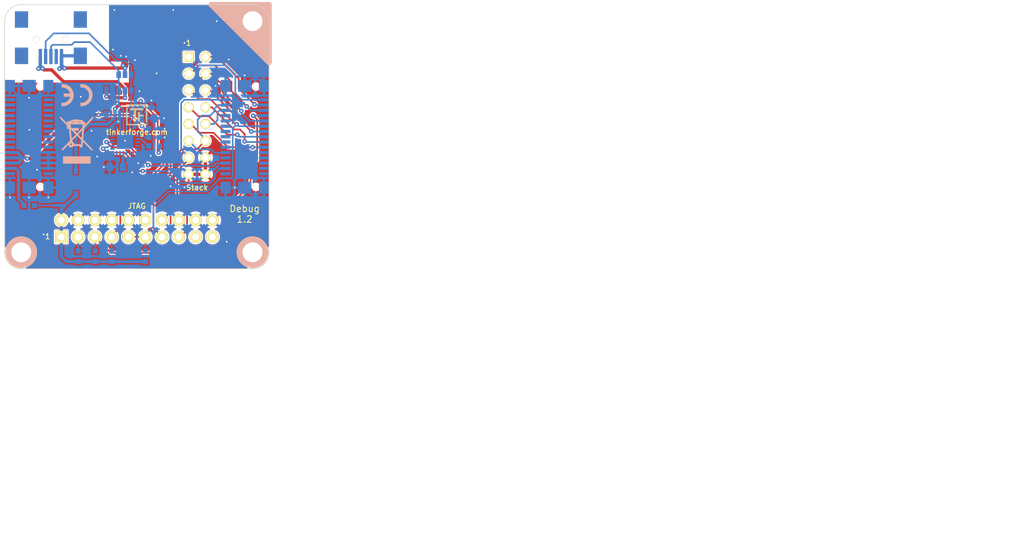
<source format=kicad_pcb>
(kicad_pcb (version 20221018) (generator pcbnew)
  (title_block (title "Debug Brick") (rev "1.2") (company "Tinkerforge GmbH") (comment 1 "Licensed under CERN OHL v.1.1") (comment 2 "Copyright (©) 2015, B.Nordmeyer <bastian@tinkerforge.com>"))
  (layers (0 "F.Cu" signal "Vorderseite") (31 "B.Cu" signal "Rückseite") (34 "B.Paste" user) (35 "F.Paste" user) (36 "B.SilkS" user "B.Silkscreen") (37 "F.SilkS" user "F.Silkscreen") (38 "B.Mask" user) (39 "F.Mask" user) (44 "Edge.Cuts" user))
  (net 0 "")
  (net 1 "+5V")
  (net 2 "EX-SEL")
  (net 3 "GND")
  (net 4 "Net-(C3-Pad1)")
  (net 5 "Net-(C4-Pad1)")
  (net 6 "Net-(D1-Pad1)")
  (net 7 "Net-(J1-Pad1)")
  (net 8 "Net-(J1-Pad11)")
  (net 9 "Net-(J1-Pad13)")
  (net 10 "Net-(J1-Pad15)")
  (net 11 "Net-(J1-Pad17)")
  (net 12 "Net-(J1-Pad19)")
  (net 13 "Net-(J1-Pad3)")
  (net 14 "Net-(J1-Pad5)")
  (net 15 "Net-(J1-Pad7)")
  (net 16 "Net-(J1-Pad9)")
  (net 17 "Net-(J2-Pad2)")
  (net 18 "Net-(J2-Pad3)")
  (net 19 "Net-(J3-Pad28)")
  (net 20 "Net-(P2-Pad3)")
  (net 21 "Net-(R5-Pad1)")
  (net 22 "RXD")
  (net 23 "SCL")
  (net 24 "SDA")
  (net 25 "SEL")
  (net 26 "TXD")
  (net 27 "+3V3")
  (net 28 "Net-(J1-Pad21)")
  (net 29 "Net-(J1-Pad23)")
  (net 30 "Net-(J1-Pad25)")
  (net 31 "Net-(J1-Pad27)")
  (net 32 "Net-(J1-Pad29)")
  (net 33 "Net-(J1-Pad30)")
  (net 34 "Net-(J1-Pad24)")
  (net 35 "Net-(J1-Pad20)")
  (net 36 "Net-(J1-Pad18)")
  (net 37 "Net-(J1-Pad16)")
  (net 38 "Net-(J1-Pad14)")
  (net 39 "Net-(J1-Pad12)")
  (net 40 "Net-(J1-Pad10)")
  (net 41 "Net-(J1-Pad8)")
  (net 42 "Net-(J2-Pad4)")
  (net 43 "Net-(J3-Pad1)")
  (net 44 "Net-(J3-Pad3)")
  (net 45 "Net-(J3-Pad5)")
  (net 46 "Net-(J3-Pad7)")
  (net 47 "Net-(J3-Pad9)")
  (net 48 "Net-(J3-Pad11)")
  (net 49 "Net-(J3-Pad13)")
  (net 50 "Net-(J3-Pad15)")
  (net 51 "Net-(J3-Pad17)")
  (net 52 "Net-(J3-Pad19)")
  (net 53 "Net-(J3-Pad29)")
  (net 54 "Net-(J3-Pad30)")
  (net 55 "Net-(J3-Pad20)")
  (net 56 "Net-(J3-Pad18)")
  (net 57 "Net-(J3-Pad16)")
  (net 58 "Net-(J3-Pad14)")
  (net 59 "Net-(J3-Pad12)")
  (net 60 "Net-(J3-Pad10)")
  (net 61 "Net-(J3-Pad8)")
  (net 62 "Net-(J3-Pad6)")
  (net 63 "Net-(J3-Pad4)")
  (net 64 "Net-(J3-Pad2)")
  (net 65 "Net-(P2-Pad17)")
  (net 66 "Net-(P2-Pad19)")
  (net 67 "Net-(U2-Pad1)")
  (net 68 "Net-(U2-Pad10)")
  (net 69 "Net-(U2-Pad11)")
  (net 70 "Net-(U2-Pad12)")
  (net 71 "Net-(U2-Pad13)")
  (net 72 "Net-(U2-Pad14)")
  (net 73 "Net-(U2-Pad15)")
  (net 74 "Net-(U2-Pad17)")
  (net 75 "Net-(U2-Pad18)")
  (net 76 "Net-(U2-Pad19)")
  (net 77 "Net-(U2-Pad22)")
  (net 78 "Net-(U2-Pad23)")
  (net 79 "Net-(U2-Pad24)")
  (footprint "kicad-libraries:Logo_31x31" (layer "F.Cu") (at 146.5 99.3)
    (fp_text reference "G***" hide)
    (fp_text value "Logo_31x31" hide)
  )
  (footprint "DRILL_NP" (layer "F.Cu") (at 165.60038 121.69902 -90)
    (fp_text reference "U3" hide)
    (fp_text value "DRILL" hide)
  )
  (footprint "DRILL_NP" (layer "F.Cu") (at 165.60038 86.70036)
    (fp_text reference "U4" hide)
    (fp_text value "DRILL" hide)
  )
  (footprint "DRILL_NP" (layer "F.Cu") (at 130.6 121.7)
    (fp_text reference "U5" hide)
    (fp_text value "DRILL" hide)
  )
  (footprint "pin_array_10x2" (layer "F.Cu") (at 148.1 118.1)
    (fp_text reference "P2")
    (fp_text value "JTAG")
  )
  (footprint "pin_array_8x2" (layer "F.Cu") (at 157.2 101 -90)
    (fp_text reference "P1")
    (fp_text value "CONN_16")
  )
  (footprint "kicad-libraries:WEEE_7mm" (layer "B.Cu") (at 139 104.7 180)
    (fp_text reference "VAL" hide)
    (fp_text value "WEEE_7mm" hide)
  )
  (footprint "kicad-libraries:CE_5mm" (layer "B.Cu") (at 139 97.9 180)
    (fp_text reference "VAL" hide)
    (fp_text value "CE_5mm" hide)
  )
  (footprint "SOD-123" (layer "B.Cu") (at 143.5 99 -90)
    (fp_text reference "D1")
    (fp_text value "B0520LW")
  )
  (footprint "SOD-123" (layer "B.Cu") (at 138.875 111.15 -90)
    (fp_text reference "D2")
    (fp_text value "B0520LW")
  )
  (footprint "kicad-libraries:BTB08-ACS-BTM" (layer "B.Cu") (at 164.42436 104.20096 -90)
    (fp_text reference "J1")
    (fp_text value "STACK-DOWN")
  )
  (footprint "kicad-libraries:USB-MINI-B-SMD" (layer "B.Cu") (at 135.1 84.2 180)
    (fp_text reference "J2")
    (fp_text value "USB-MINI-B-SMD")
  )
  (footprint "kicad-libraries:BTB08-ACS-BTM" (layer "B.Cu") (at 131.8 104.19 -90)
    (fp_text reference "J3")
    (fp_text value "STACK-DOWN")
  )
  (footprint "R0603" (layer "B.Cu") (at 141.8 122.3 90)
    (fp_text reference "R1")
    (fp_text value "100k")
  )
  (footprint "R0603" (layer "B.Cu") (at 144.3 122.3 90)
    (fp_text reference "R2")
    (fp_text value "100k")
  )
  (footprint "R0603" (layer "B.Cu") (at 149.4 122.3 90)
    (fp_text reference "R3")
    (fp_text value "100k")
  )
  (footprint "R0603" (layer "B.Cu") (at 139.2 122.3 90)
    (fp_text reference "R4")
    (fp_text value "100k")
  )
  (footprint "SC-74" (layer "B.Cu") (at 146.3 96)
    (fp_text reference "U1")
    (fp_text value "CM1293A")
  )
  (footprint "kicad-libraries:QFN-24-4x4-EP" (layer "B.Cu") (at 146.3 104.8)
    (fp_text reference "U2")
    (fp_text value "CP2104")
  )
  (footprint "C0603" (layer "B.Cu") (at 150.7 103)
    (fp_text reference "C1")
    (fp_text value "100nF")
  )
  (footprint "C0603" (layer "B.Cu") (at 150.7 104.3)
    (fp_text reference "C2")
    (fp_text value "100nF")
  )
  (footprint "C0805" (layer "B.Cu") (at 145 108.8 180)
    (fp_text reference "C3")
    (fp_text value "4.7µF/10V")
  )
  (footprint "C0805" (layer "B.Cu") (at 149.7 101.4)
    (fp_text reference "C4")
    (fp_text value "4.7µF/10V")
  )
  (footprint "C0603" (layer "B.Cu") (at 149.5 99.8)
    (fp_text reference "C5")
    (fp_text value "100nF")
  )
  (footprint "R0603" (layer "B.Cu") (at 150.7 105.6)
    (fp_text reference "R5")
    (fp_text value "4k7")
  )
  (footprint "R0603" (layer "B.Cu") (at 131.8 114.6)
    (fp_text reference "R6")
    (fp_text value "0")
  )
  (gr_line (start 167.57396 91.72448) (end 167.57396 84.8995) (stroke (width 0.8001)) (layer "B.SilkS"))
  (gr_line (start 168.0972 92.94876) (end 168.09974 92.94876) (stroke (width 0.8001)) (layer "B.SilkS"))
  (gr_line (start 166.27348 90.17508) (end 166.27348 86.22538) (stroke (width 0.8001)) (layer "B.SilkS"))
  (gr_line (start 168.09974 92.94876) (end 168.09974 84.201) (stroke (width 0.8001)) (layer "B.SilkS"))
  (gr_line (start 160.55086 84.8995) (end 166.90086 91.2495) (stroke (width 0.8001)) (layer "B.SilkS"))
  (gr_line (start 159.34944 84.201) (end 168.0972 92.94876) (stroke (width 0.8001)) (layer "B.SilkS"))
  (gr_line (start 165.27526 87.14994) (end 165.19906 87.14994) (stroke (width 0.8001)) (layer "B.SilkS"))
  (gr_line (start 165.27526 88.02624) (end 165.27526 87.14994) (stroke (width 0.8001)) (layer "B.SilkS"))
  (gr_line (start 166.90086 91.2495) (end 166.90086 85.60054) (stroke (width 0.8001)) (layer "B.SilkS"))
  (gr_line (start 167.57396 84.8995) (end 160.55086 84.8995) (stroke (width 0.8001)) (layer "B.SilkS"))
  (gr_line (start 165.75024 89.12606) (end 165.75024 86.82482) (stroke (width 0.8001)) (layer "B.SilkS"))
  (gr_line (start 164.07384 86.82482) (end 165.27526 88.02624) (stroke (width 0.8001)) (layer "B.SilkS"))
  (gr_line (start 166.90086 85.60054) (end 161.69894 85.60054) (stroke (width 0.8001)) (layer "B.SilkS"))
  (gr_line (start 166.27348 86.22538) (end 162.84956 86.22538) (stroke (width 0.8001)) (layer "B.SilkS"))
  (gr_line (start 162.84956 86.22538) (end 165.75024 89.12606) (stroke (width 0.8001)) (layer "B.SilkS"))
  (gr_line (start 165.75024 86.82482) (end 164.07384 86.82482) (stroke (width 0.8001)) (layer "B.SilkS"))
  (gr_line (start 168.09974 84.201) (end 159.34944 84.201) (stroke (width 0.8001)) (layer "B.SilkS"))
  (gr_line (start 161.69894 85.60054) (end 166.27348 90.17508) (stroke (width 0.8001)) (layer "B.SilkS"))
  (gr_line (start 167.57396 91.67622) (end 167.57396 84.8995) (stroke (width 0.8001)) (layer "F.SilkS"))
  (gr_line (start 163.10102 86.25078) (end 165.77564 88.9254) (stroke (width 0.8001)) (layer "F.SilkS"))
  (gr_line (start 168.09974 84.201) (end 168.09974 92.94876) (stroke (width 0.8001)) (layer "F.SilkS"))
  (gr_line (start 161.80054 85.54974) (end 166.30142 90.05062) (stroke (width 0.8001)) (layer "F.SilkS"))
  (gr_line (start 167.57396 84.8995) (end 160.57626 84.8995) (stroke (width 0.8001)) (layer "F.SilkS"))
  (gr_line (start 166.30142 86.25078) (end 163.10102 86.25078) (stroke (width 0.8001)) (layer "F.SilkS"))
  (gr_line (start 160.57626 84.8995) (end 166.90086 91.2241) (stroke (width 0.8001)) (layer "F.SilkS"))
  (gr_line (start 165.77564 88.9254) (end 165.77564 86.82482) (stroke (width 0.8001)) (layer "F.SilkS"))
  (gr_line (start 162.90036 86.10092) (end 162.90036 86.12378) (stroke (width 0.8001)) (layer "F.SilkS"))
  (gr_line (start 166.90086 91.2241) (end 166.90086 85.54974) (stroke (width 0.8001)) (layer "F.SilkS"))
  (gr_line (start 166.90086 85.54974) (end 161.80054 85.54974) (stroke (width 0.8001)) (layer "F.SilkS"))
  (gr_line (start 159.35198 84.201) (end 168.09974 84.201) (stroke (width 0.8001)) (layer "F.SilkS"))
  (gr_line (start 164.2999 86.82482) (end 165.24986 87.77478) (stroke (width 0.8001)) (layer "F.SilkS"))
  (gr_line (start 162.57524 85.7758) (end 162.90036 86.10092) (stroke (width 0.8001)) (layer "F.SilkS"))
  (gr_line (start 165.24986 87.77478) (end 165.24986 87.22614) (stroke (width 0.8001)) (layer "F.SilkS"))
  (gr_line (start 168.09974 92.94876) (end 159.35198 84.201) (stroke (width 0.8001)) (layer "F.SilkS"))
  (gr_line (start 165.77564 86.82482) (end 164.2999 86.82482) (stroke (width 0.8001)) (layer "F.SilkS"))
  (gr_line (start 166.30142 90.05062) (end 166.30142 86.25078) (stroke (width 0.8001)) (layer "F.SilkS"))
  (gr_arc (start 128.09982 86.70036) (mid 128.831866 84.933046) (end 130.59918 84.201) (stroke (width 0.09906)) (layer "Edge.Cuts"))
  (gr_arc (start 130.59918 124.20092) (mid 128.83007 123.46813) (end 128.09728 121.69902) (stroke (width 0.09906)) (layer "Edge.Cuts"))
  (gr_line (start 130.59918 124.20092) (end 165.60038 124.20092) (stroke (width 0.09906)) (layer "Edge.Cuts"))
  (gr_line (start 165.60038 84.201) (end 130.59918 84.201) (stroke (width 0.09906)) (layer "Edge.Cuts"))
  (gr_line (start 168.09974 121.69902) (end 168.09974 86.70036) (stroke (width 0.09906)) (layer "Edge.Cuts"))
  (gr_arc (start 165.60038 84.201) (mid 167.367694 84.933046) (end 168.09974 86.70036) (stroke (width 0.09906)) (layer "Edge.Cuts"))
  (gr_arc (start 168.09974 121.69902) (mid 167.367694 123.466334) (end 165.60038 124.19838) (stroke (width 0.09906)) (layer "Edge.Cuts"))
  (gr_line (start 128.09982 86.70036) (end 128.09982 121.69902) (stroke (width 0.09906)) (layer "Edge.Cuts"))
  (gr_text "tinkerforge.com" (at 148.1 103.5) (layer "F.SilkS") (effects (font (size 0.8001 0.8001) (thickness 0.14986))))
  (gr_text "1" (at 155.925 90) (layer "F.SilkS") (effects (font (size 0.8 0.8))))
  (gr_text "1" (at 134.6 119.3) (layer "F.SilkS") (effects (font (size 0.8001 0.8001) (thickness 0.14986))))
  (gr_text "JTAG" (at 148.1 114.7) (layer "F.SilkS") (effects (font (size 0.8 0.8))))
  (gr_text "Debug\n1.2" (at 164.4 115.9) (layer "F.SilkS") (effects (font (size 1.00076 1.00076) (thickness 0.14986))))
  (gr_text "Stack" (at 157.2 111.9) (layer "F.SilkS") (effects (font (size 0.8 0.8))))
  (segment (start 148.9 102.6) (end 147.2 100.9) (width 0.25) (layer "F.Cu") (net 1))
  (segment (start 147.2 100.9) (end 142.3 100.9) (width 0.25) (layer "F.Cu") (net 1))
  (segment (start 138.5 100.9) (end 131.9 107.5) (width 0.5) (layer "F.Cu") (net 1))
  (segment (start 131.9 107.5) (end 131.5 107.5) (width 0.5) (layer "F.Cu") (net 1))
  (segment (start 142.3 100.9) (end 138.5 100.9) (width 0.5) (layer "F.Cu") (net 1))
  (via (at 131.5 107.5) (size 0.70104) (drill 0.24892) (layers "F.Cu" "B.Cu") (net 1))
  (via (at 142.3 100.9) (size 0.70104) (drill 0.24892) (layers "F.Cu" "B.Cu") (net 1))
  (via (at 148.9 102.6) (size 0.70104) (drill 0.24892) (layers "F.Cu" "B.Cu") (net 1))
  (segment (start 148.9507 104.0507) (end 149.2 104.3) (width 0.25) (layer "B.Cu") (net 1))
  (segment (start 149.2 104.3) (end 149.8999 104.3) (width 0.25) (layer "B.Cu") (net 1))
  (segment (start 149.04968 103.55032) (end 149.6 103) (width 0.25) (layer "B.Cu") (net 1))
  (segment (start 149.6 103) (end 149.8999 103) (width 0.25) (layer "B.Cu") (net 1))
  (segment (start 130.21204 108.18796) (end 130.5 107.9) (width 0.50038) (layer "B.Cu") (net 1))
  (segment (start 130.5 107.9) (end 130.5 107.5) (width 0.50038) (layer "B.Cu") (net 1))
  (segment (start 130.5 107) (end 130.08776 106.58776) (width 0.50038) (layer "B.Cu") (net 1))
  (segment (start 130.08776 106.58776) (end 128.90186 106.58776) (width 0.50038) (layer "B.Cu") (net 1))
  (segment (start 130.5 107.38786) (end 130.6 107.48786) (width 0.50038) (layer "B.Cu") (net 1))
  (segment (start 130.6 107.48786) (end 130.6 107.5) (width 0.50038) (layer "B.Cu") (net 1))
  (segment (start 130.6 107.5) (end 130.5 107.5) (width 0.50038) (layer "B.Cu") (net 1))
  (segment (start 130.5 107.5) (end 130.5 107) (width 0.50038) (layer "B.Cu") (net 1))
  (segment (start 142.3 100.9) (end 142.35088 100.84912) (width 0.50038) (layer "B.Cu") (net 1))
  (segment (start 142.35088 100.84912) (end 143.5 100.84912) (width 0.50038) (layer "B.Cu") (net 1))
  (segment (start 149.3 103) (end 148.9 102.6) (width 0.25) (layer "B.Cu") (net 1))
  (segment (start 131.5 107.5) (end 131.38786 107.38786) (width 0.5) (layer "B.Cu") (net 1))
  (segment (start 131.38786 107.38786) (end 130.5 107.38786) (width 0.5) (layer "B.Cu") (net 1))
  (segment (start 128.90186 107.38786) (end 130.5 107.38786) (width 0.50038) (layer "B.Cu") (net 1))
  (segment (start 149.8999 103) (end 149.3 103) (width 0.25) (layer "B.Cu") (net 1))
  (segment (start 149.8999 104.3) (end 149.8999 103) (width 0.25) (layer "B.Cu") (net 1))
  (segment (start 148.19992 103.55032) (end 149.04968 103.55032) (width 0.25) (layer "B.Cu") (net 1))
  (segment (start 128.90186 108.18796) (end 130.21204 108.18796) (width 0.50038) (layer "B.Cu") (net 1))
  (segment (start 148.19992 104.0507) (end 148.9507 104.0507) (width 0.25) (layer "B.Cu") (net 1))
  (segment (start 159.79872 106.59872) (end 159.3 106.1) (width 0.25) (layer "B.Cu") (net 2))
  (segment (start 159.3 106.1) (end 157.22 106.1) (width 0.25) (layer "B.Cu") (net 2))
  (segment (start 157.22 106.1) (end 155.93 104.81) (width 0.25) (layer "B.Cu") (net 2))
  (segment (start 161.52622 106.59872) (end 159.79872 106.59872) (width 0.25) (layer "B.Cu") (net 2))
  (segment (start 146.4998 93.6002) (end 146.3 93.8) (width 0.5) (layer "F.Cu") (net 3))
  (segment (start 158.47 107.47) (end 162.9 111.9) (width 0.25) (layer "F.Cu") (net 3))
  (segment (start 164.4 94.9) (end 162 92.5) (width 0.25) (layer "F.Cu") (net 3))
  (segment (start 159.5 90) (end 158.2 90) (width 0.25) (layer "F.Cu") (net 3))
  (segment (start 155.2 90) (end 154.2 91) (width 0.25) (layer "F.Cu") (net 3))
  (segment (start 154.2 91) (end 154.2 94.5) (width 0.25) (layer "F.Cu") (net 3))
  (segment (start 154.2 94.5) (end 150.3 98.4) (width 0.25) (layer "F.Cu") (net 3))
  (segment (start 150.3 98.4) (end 150.3 98.7) (width 0.25) (layer "F.Cu") (net 3))
  (segment (start 152.2 101.4) (end 150.3 99.5) (width 0.25) (layer "F.Cu") (net 3))
  (segment (start 150.3 99.5) (end 150.3 98.7) (width 0.25) (layer "F.Cu") (net 3))
  (segment (start 152.3 101.5) (end 152.2 101.4) (width 0.25) (layer "F.Cu") (net 3))
  (segment (start 146.6 101.9) (end 150.2 105.5) (width 0.25) (layer "F.Cu") (net 3))
  (segment (start 150.2 105.5) (end 150.2 107.1) (width 0.25) (layer "F.Cu") (net 3))
  (segment (start 146.3 104.8) (end 147.9 104.8) (width 0.25) (layer "F.Cu") (net 3))
  (segment (start 147.9 104.8) (end 150.2 107.1) (width 0.25) (layer "F.Cu") (net 3))
  (segment (start 128.9 113.4) (end 131.8 113.4) (width 0.25) (layer "F.Cu") (net 3))
  (segment (start 145.75114 92.05114) (end 145.64954 91.94954) (width 0.25) (layer "F.Cu") (net 3))
  (segment (start 134.7 110.9) (end 133 109.2) (width 0.25) (layer "F.Cu") (net 3))
  (segment (start 143.1 108.2) (end 142.1 107.2) (width 0.25) (layer "F.Cu") (net 3))
  (segment (start 142.1 107.2) (end 142.1 105.1) (width 0.25) (layer "F.Cu") (net 3))
  (segment (start 142.1 105.1) (end 143 104.2) (width 0.25) (layer "F.Cu") (net 3))
  (segment (start 143 104.2) (end 145.7 104.2) (width 0.25) (layer "F.Cu") (net 3))
  (segment (start 145.7 104.2) (end 146.3 104.8) (width 0.25) (layer "F.Cu") (net 3))
  (segment (start 152.3 106.7) (end 151.6 107.4) (width 0.25) (layer "F.Cu") (net 3))
  (segment (start 151.6 107.4) (end 150.5 107.4) (width 0.25) (layer "F.Cu") (net 3))
  (segment (start 150.5 107.4) (end 150.2 107.1) (width 0.25) (layer "F.Cu") (net 3))
  (segment (start 155.3 90) (end 155.2 90) (width 0.25) (layer "F.Cu") (net 3))
  (segment (start 162 92.5) (end 159.5 90) (width 0.25) (layer "F.Cu") (net 3))
  (segment (start 150.3 95.4) (end 151.1 94.6) (width 0.25) (layer "F.Cu") (net 3))
  (segment (start 158.2 90) (end 155.3 90) (width 0.25) (layer "F.Cu") (net 3))
  (segment (start 158.2 88.7) (end 160.2 86.7) (width 0.25) (layer "F.Cu") (net 3))
  (segment (start 137.175 93.8) (end 137.15 93.825) (width 0.25) (layer "F.Cu") (net 3))
  (segment (start 146 92.3) (end 145.64954 91.94954) (width 0.5) (layer "F.Cu") (net 3))
  (segment (start 146.4998 92.1) (end 146.4998 93.6002) (width 0.5) (layer "F.Cu") (net 3))
  (segment (start 145.44954 91.94954) (end 144.5 91) (width 0.5) (layer "F.Cu") (net 3))
  (segment (start 155.3 86.7) (end 153.6 85) (width 0.5) (layer "F.Cu") (net 3))
  (segment (start 136.4 93.9) (end 136.475 93.825) (width 0.5) (layer "F.Cu") (net 3))
  (segment (start 136.475 93.825) (end 137.15 93.825) (width 0.5) (layer "F.Cu") (net 3))
  (segment (start 155.93 111.22) (end 155.3 111.85) (width 0.25) (layer "F.Cu") (net 3))
  (segment (start 142.65 101.9) (end 141.25 103.3) (width 0.25) (layer "F.Cu") (net 3))
  (segment (start 152.3 103) (end 152.3 104.3) (width 0.25) (layer "F.Cu") (net 3))
  (segment (start 155.93 109.89) (end 155.93 111.22) (width 0.25) (layer "F.Cu") (net 3))
  (segment (start 146.4998 92.05114) (end 146.4998 92.1) (width 0.5) (layer "F.Cu") (net 3))
  (segment (start 150.3 98.7) (end 150.3 95.4) (width 0.25) (layer "F.Cu") (net 3))
  (segment (start 158.47 107.35) (end 158.47 107.47) (width 0.25) (layer "F.Cu") (net 3))
  (segment (start 146.4998 92.1) (end 146.4998 92.05114) (width 0.5) (layer "F.Cu") (net 3))
  (segment (start 152.3 104.3) (end 152.3 106.7) (width 0.25) (layer "F.Cu") (net 3))
  (segment (start 146.3 93.8) (end 137.175 93.8) (width 0.5) (layer "F.Cu") (net 3))
  (segment (start 155.93 109.89) (end 158.47 109.89) (width 0.50038) (layer "F.Cu") (net 3))
  (segment (start 134.7 113.4) (end 134.7 110.9) (width 0.25) (layer "F.Cu") (net 3))
  (segment (start 131.8 113.4) (end 134.7 113.4) (width 0.25) (layer "F.Cu") (net 3))
  (segment (start 155.3 90) (end 155.3 86.7) (width 0.5) (layer "F.Cu") (net 3))
  (segment (start 145.3 101.9) (end 142.65 101.9) (width 0.25) (layer "F.Cu") (net 3))
  (segment (start 152.3 103) (end 152.3 101.5) (width 0.25) (layer "F.Cu") (net 3))
  (segment (start 158.2 90) (end 158.2 88.7) (width 0.25) (layer "F.Cu") (net 3))
  (segment (start 146 93.4) (end 146 92.3) (width 0.5) (layer "F.Cu") (net 3))
  (segment (start 145.3 101.9) (end 146.6 101.9) (width 0.25) (layer "F.Cu") (net 3))
  (segment (start 145.64954 91.94954) (end 145.44954 91.94954) (width 0.5) (layer "F.Cu") (net 3))
  (segment (start 143.1 108.8) (end 143.1 108.2) (width 0.25) (layer "F.Cu") (net 3))
  (segment (start 146.4998 92.05114) (end 145.75114 92.05114) (width 0.25) (layer "F.Cu") (net 3))
  (segment (start 158.47 109.89) (end 158.47 107.35) (width 0.50038) (layer "F.Cu") (net 3))
  (via (at 152.3 104.3) (size 0.70104) (drill 0.24892) (layers "F.Cu" "B.Cu") (net 3))
  (via (at 147.4 109.6) (size 0.70104) (drill 0.24892) (layers "F.Cu" "B.Cu") (net 3))
  (via (at 162.9 111.9) (size 0.70104) (drill 0.24892) (layers "F.Cu" "B.Cu") (net 3))
  (via (at 144.7 85) (size 0.70104) (drill 0.24892) (layers "F.Cu" "B.Cu") (net 3))
  (via (at 144.5 91) (size 0.70104) (drill 0.24892) (layers "F.Cu" "B.Cu") (net 3))
  (via (at 139.6 98.15) (size 0.70104) (drill 0.24892) (layers "F.Cu" "B.Cu") (net 3))
  (via (at 145.3 101.9) (size 0.70104) (drill 0.24892) (layers "F.Cu" "B.Cu") (net 3))
  (via (at 153.2 111.7) (size 0.70104) (drill 0.24892) (layers "F.Cu" "B.Cu") (net 3))
  (via (at 131.8 98.3) (size 0.70104) (drill 0.24892) (layers "F.Cu" "B.Cu") (net 3))
  (via (at 155.3 90) (size 0.70104) (drill 0.24892) (layers "F.Cu" "B.Cu") (net 3))
  (via (at 137.15 93.825) (size 0.70104) (drill 0.24892) (layers "F.Cu" "B.Cu") (net 3))
  (via (at 160 96.5) (size 0.70104) (drill 0.24892) (layers "F.Cu" "B.Cu") (net 3))
  (via (at 161.7 120.1) (size 0.70104) (drill 0.24892) (layers "F.Cu" "B.Cu") (net 3))
  (via (at 162 92.5) (size 0.70104) (drill 0.24892) (layers "F.Cu" "B.Cu") (net 3))
  (via (at 141.25 103.3) (size 0.70104) (drill 0.24892) (layers "F.Cu" "B.Cu") (net 3))
  (via (at 160.2 86.7) (size 0.70104) (drill 0.24892) (layers "F.Cu" "B.Cu") (net 3))
  (via (at 146 93.4) (size 0.70104) (drill 0.24892) (layers "F.Cu" "B.Cu") (net 3))
  (via (at 152.3 103) (size 0.70104) (drill 0.24892) (layers "F.Cu" "B.Cu") (net 3))
  (via (at 146.3 93.8) (size 0.70104) (drill 0.24892) (layers "F.Cu" "B.Cu") (net 3))
  (via (at 150.3 98.7) (size 0.70104) (drill 0.24892) (layers "F.Cu" "B.Cu") (net 3))
  (via (at 142.1 107.2) (size 0.70104) (drill 0.24892) (layers "F.Cu" "B.Cu") (net 3))
  (via (at 131.85 103.15) (size 0.70104) (drill 0.24892) (layers "F.Cu" "B.Cu") (net 3))
  (via (at 133 109.2) (size 0.70104) (drill 0.24892) (layers "F.Cu" "B.Cu") (net 3))
  (via (at 146.4998 92.05114) (size 0.70104) (drill 0.24892) (layers "F.Cu" "B.Cu") (net 3))
  (via (at 134 119) (size 0.70104) (drill 0.24892) (layers "F.Cu" "B.Cu") (net 3))
  (via (at 164.4 94.9) (size 0.70104) (drill 0.24892) (layers "F.Cu" "B.Cu") (net 3))
  (via (at 155.3 111.85) (size 0.70104) (drill 0.24892) (layers "F.Cu" "B.Cu") (net 3))
  (via (at 150.2 107.1) (size 0.70104) (drill 0.24892) (layers "F.Cu" "B.Cu") (net 3))
  (via (at 146.3 104.8) (size 0.70104) (drill 0.24892) (layers "F.Cu" "B.Cu") (net 3))
  (via (at 143.1 108.8) (size 0.70104) (drill 0.24892) (layers "F.Cu" "B.Cu") (net 3))
  (via (at 136.4 93.9) (size 0.70104) (drill 0.24892) (layers "F.Cu" "B.Cu") (net 3))
  (via (at 152.2 101.4) (size 0.70104) (drill 0.24892) (layers "F.Cu" "B.Cu") (net 3))
  (via (at 153.6 85) (size 0.70104) (drill 0.24892) (layers "F.Cu" "B.Cu") (net 3))
  (via (at 148.3 108.2) (size 0.70104) (drill 0.24892) (layers "F.Cu" "B.Cu") (net 3))
  (via (at 147.8 92.6) (size 0.70104) (drill 0.24892) (layers "F.Cu" "B.Cu") (net 3))
  (via (at 148.5 97.3) (size 0.70104) (drill 0.24892) (layers "F.Cu" "B.Cu") (net 3))
  (via (at 151.1 94.6) (size 0.70104) (drill 0.24892) (layers "F.Cu" "B.Cu") (net 3))
  (via (at 131.8 113.4) (size 0.70104) (drill 0.24892) (layers "F.Cu" "B.Cu") (net 3))
  (via (at 128.9 113.4) (size 0.70104) (drill 0.24892) (layers "F.Cu" "B.Cu") (net 3))
  (via (at 134.7 113.4) (size 0.70104) (drill 0.24892) (layers "F.Cu" "B.Cu") (net 3))
  (via (at 145.64954 91.94954) (size 0.70104) (drill 0.24892) (layers "F.Cu" "B.Cu") (net 3))
  (segment (start 145.5507 102.1507) (end 145.3 101.9) (width 0.25) (layer "B.Cu") (net 3))
  (segment (start 145.5507 104.0507) (end 146.3 104.8) (width 0.25) (layer "B.Cu") (net 3))
  (segment (start 146.3 93.8) (end 146.3 94.80112) (width 0.5) (layer "B.Cu") (net 3))
  (segment (start 162.9 111.9) (end 162.8997 111.8997) (width 0.25) (layer "B.Cu") (net 3))
  (segment (start 162.8997 111.8997) (end 161.52368 111.8997) (width 0.25) (layer "B.Cu") (net 3))
  (segment (start 164.42436 94.92436) (end 164.4 94.9) (width 0.25) (layer "B.Cu") (net 3))
  (segment (start 150.3 98.7) (end 150.3001 98.7001) (width 0.25) (layer "B.Cu") (net 3))
  (segment (start 150.3001 98.7001) (end 150.3001 99.8) (width 0.25) (layer "B.Cu") (net 3))
  (segment (start 133.51224 106.58776) (end 133.1 107) (width 0.25) (layer "B.Cu") (net 3))
  (segment (start 133.1 107) (end 133.1 107.3) (width 0.25) (layer "B.Cu") (net 3))
  (segment (start 133.1 108.5) (end 133.25 108.65) (width 0.25) (layer "B.Cu") (net 3))
  (segment (start 133.58806 108.98806) (end 134.69814 108.98806) (width 0.25) (layer "B.Cu") (net 3))
  (segment (start 133.1 108.18796) (end 133.11204 108.2) (width 0.25) (layer "B.Cu") (net 3))
  (segment (start 133.11204 108.2) (end 133.2 108.2) (width 0.25) (layer "B.Cu") (net 3))
  (segment (start 133.2 108.2) (end 133.1 108.2) (width 0.25) (layer "B.Cu") (net 3))
  (segment (start 133.1 108.2) (end 133.1 108.5) (width 0.25) (layer "B.Cu") (net 3))
  (segment (start 133.41214 107.38786) (end 133.1 107.7) (width 0.25) (layer "B.Cu") (net 3))
  (segment (start 133.1 107.7) (end 133.1 108) (width 0.25) (layer "B.Cu") (net 3))
  (segment (start 133.1 108) (end 133.1 108.2) (width 0.25) (layer "B.Cu") (net 3))
  (segment (start 133.25 108.65) (end 133.58806 108.98806) (width 0.25) (layer "B.Cu") (net 3))
  (segment (start 133.25 108.95) (end 133 109.2) (width 0.25) (layer "B.Cu") (net 3))
  (segment (start 128.89932 113.39932) (end 128.9 113.4) (width 0.25) (layer "B.Cu") (net 3))
  (segment (start 131.8 113.4) (end 131.8 111.88874) (width 0.25) (layer "B.Cu") (net 3))
  (segment (start 134.7 113.4) (end 134.70068 113.39932) (width 0.25) (layer "B.Cu") (net 3))
  (segment (start 134.70068 113.39932) (end 134.70068 111.88874) (width 0.25) (layer "B.Cu") (net 3))
  (segment (start 143.1 109.7) (end 143.1 108.8) (width 0.25) (layer "B.Cu") (net 3))
  (segment (start 162.9003 111.8997) (end 162.9 111.9) (width 0.25) (layer "B.Cu") (net 3))
  (segment (start 167.32504 111.97496) (end 166.4 112.9) (width 0.25) (layer "B.Cu") (net 3))
  (segment (start 166.4 112.9) (end 165.42466 112.9) (width 0.25) (layer "B.Cu") (net 3))
  (segment (start 165.42466 112.9) (end 164.42436 111.8997) (width 0.25) (layer "B.Cu") (net 3))
  (segment (start 167.32504 95.92504) (end 166.9 95.5) (width 0.25) (layer "B.Cu") (net 3))
  (segment (start 166.9 95.5) (end 165.42658 95.5) (width 0.25) (layer "B.Cu") (net 3))
  (segment (start 165.42658 95.5) (end 164.42436 96.50222) (width 0.25) (layer "B.Cu") (net 3))
  (segment (start 160.00222 96.50222) (end 160 96.5) (width 0.25) (layer "B.Cu") (net 3))
  (segment (start 159.8 96.5) (end 159.2 95.9) (width 0.25) (layer "B.Cu") (net 3))
  (segment (start 159.2 95.9) (end 153.4 95.9) (width 0.25) (layer "B.Cu") (net 3))
  (segment (start 153.4 95.9) (end 150.6 98.7) (width 0.25) (layer "B.Cu") (net 3))
  (segment (start 150.6 98.7) (end 150.3 98.7) (width 0.25) (layer "B.Cu") (net 3))
  (segment (start 145.64954 91.94954) (end 145.6 91.9) (width 0.25) (layer "B.Cu") (net 3))
  (segment (start 142.75 110.05) (end 143.1 109.7) (width 0.25) (layer "B.Cu") (net 3))
  (segment (start 146.95 110.05) (end 147.4 109.6) (width 0.25) (layer "B.Cu") (net 3))
  (segment (start 147.4 109.1) (end 148.3 108.2) (width 0.25) (layer "B.Cu") (net 3))
  (segment (start 149 97.4) (end 148.6 97.4) (width 0.25) (layer "B.Cu") (net 3))
  (segment (start 148.6 97.4) (end 148.5 97.3) (width 0.25) (layer "B.Cu") (net 3))
  (segment (start 131.8 116.7) (end 134 119) (width 0.25) (layer "B.Cu") (net 3))
  (segment (start 162.9 118.9) (end 161.7 120.1) (width 0.25) (layer "B.Cu") (net 3))
  (segment (start 136.7002 93.3752) (end 137.15 93.825) (width 0.50038) (layer "B.Cu") (net 3))
  (segment (start 136.8018 91.94954) (end 136.7002 92.05114) (width 0.25) (layer "B.Cu") (net 3))
  (segment (start 146.3 93.7) (end 146 93.4) (width 0.5) (layer "B.Cu") (net 3))
  (segment (start 136.8018 91.94954) (end 136.7002 92.05114) (width 0.5) (layer "B.Cu") (net 3))
  (segment (start 146.4998 92.05114) (end 146.5 92.05094) (width 0.5) (layer "B.Cu") (net 3))
  (segment (start 146.5 92.05094) (end 146.5 92) (width 0.5) (layer "B.Cu") (net 3))
  (segment (start 147.25114 92.05114) (end 147.8 92.6) (width 0.5) (layer "B.Cu") (net 3))
  (segment (start 144.5 85.2) (end 144.7 85) (width 0.5) (layer "B.Cu") (net 3))
  (segment (start 136.7002 93.5998) (end 136.4 93.9) (width 0.5) (layer "B.Cu") (net 3))
  (segment (start 155.3 111.85) (end 155.15 111.7) (width 0.25) (layer "B.Cu") (net 3))
  (segment (start 155.15 111.7) (end 153.2 111.7) (width 0.25) (layer "B.Cu") (net 3))
  (segment (start 135.09126 96.49126) (end 136.75 98.15) (width 0.25) (layer "B.Cu") (net 3))
  (segment (start 136.75 98.15) (end 139.6 98.15) (width 0.25) (layer "B.Cu") (net 3))
  (segment (start 130.45 98.3) (end 128.89932 96.74932) (width 0.25) (layer "B.Cu") (net 3))
  (segment (start 128.89932 96.74932) (end 128.89932 96.49126) (width 0.25) (layer "B.Cu") (net 3))
  (segment (start 134.70068 96.74932) (end 133.15 98.3) (width 0.25) (layer "B.Cu") (net 3))
  (segment (start 133.15 98.3) (end 131.8 98.3) (width 0.25) (layer "B.Cu") (net 3))
  (segment (start 133.1 107.3) (end 133.1 107.7) (width 0.25) (layer "B.Cu") (net 3))
  (segment (start 133.1 104.4) (end 131.85 103.15) (width 0.25) (layer "B.Cu") (net 3))
  (segment (start 146.4998 92.05114) (end 147.25114 92.05114) (width 0.5) (layer "B.Cu") (net 3))
  (segment (start 134.69814 107.38786) (end 133.41214 107.38786) (width 0.25) (layer "B.Cu") (net 3))
  (segment (start 136.7002 92.05114) (end 136.7002 93.5998) (width 0.5) (layer "B.Cu") (net 3))
  (segment (start 145.5507 102.90008) (end 145.5507 102.1507) (width 0.25) (layer "B.Cu") (net 3))
  (segment (start 134.70068 96.49126) (end 134.70068 96.74932) (width 0.25) (layer "B.Cu") (net 3))
  (segment (start 139.55008 91.94954) (end 136.8018 91.94954) (width 0.5) (layer "B.Cu") (net 3))
  (segment (start 150.3 98.7) (end 149 97.4) (width 0.25) (layer "B.Cu") (net 3))
  (segment (start 143.1 108.8) (end 143.99924 108.8) (width 0.25) (layer "B.Cu") (net 3))
  (segment (start 151.5001 103) (end 152.3 103) (width 0.25) (layer "B.Cu") (net 3))
  (segment (start 147.4 109.6) (end 147.4 109.1) (width 0.25) (layer "B.Cu") (net 3))
  (segment (start 144.5 91) (end 144.5 85.2) (width 0.5) (layer "B.Cu") (net 3))
  (segment (start 150.70076 101.4) (end 152.2 101.4) (width 0.25) (layer "B.Cu") (net 3))
  (segment (start 161.52368 96.50222) (end 160.00222 96.50222) (width 0.25) (layer "B.Cu") (net 3))
  (segment (start 162.9 111.9) (end 162.9 118.9) (width 0.25) (layer "B.Cu") (net 3))
  (segment (start 146.3 93.8) (end 146.3 93.7) (width 0.5) (layer "B.Cu") (net 3))
  (segment (start 134.70068 96.49126) (end 135.09126 96.49126) (width 0.25) (layer "B.Cu") (net 3))
  (segment (start 145.5507 102.90008) (end 145.5507 104.0507) (width 0.25) (layer "B.Cu") (net 3))
  (segment (start 167.32504 111.8997) (end 167.32504 111.97496) (width 0.25) (layer "B.Cu") (net 3))
  (segment (start 134.69814 108.18796) (end 133.1 108.18796) (width 0.25) (layer "B.Cu") (net 3))
  (segment (start 142.75 110.05) (end 146.95 110.05) (width 0.25) (layer "B.Cu") (net 3))
  (segment (start 131.8 96.49126) (end 131.8 98.3) (width 0.25) (layer "B.Cu") (net 3))
  (segment (start 131.8 98.3) (end 130.45 98.3) (width 0.25) (layer "B.Cu") (net 3))
  (segment (start 128.89932 111.88874) (end 128.89932 113.39932) (width 0.25) (layer "B.Cu") (net 3))
  (segment (start 164.42436 111.8997) (end 162.9003 111.8997) (width 0.25) (layer "B.Cu") (net 3))
  (segment (start 131.8 113.4) (end 131.8 116.7) (width 0.25) (layer "B.Cu") (net 3))
  (segment (start 134.69814 106.58776) (end 133.51224 106.58776) (width 0.25) (layer "B.Cu") (net 3))
  (segment (start 152.3 104.3) (end 151.5001 104.3) (width 0.25) (layer "B.Cu") (net 3))
  (segment (start 164.42436 96.50222) (end 164.42436 94.92436) (width 0.25) (layer "B.Cu") (net 3))
  (segment (start 167.32504 96.50222) (end 167.32504 95.92504) (width 0.25) (layer "B.Cu") (net 3))
  (segment (start 133.1 107.3) (end 133.1 104.4) (width 0.25) (layer "B.Cu") (net 3))
  (segment (start 136.7002 93.3752) (end 136.7002 92.05114) (width 0.50038) (layer "B.Cu") (net 3))
  (segment (start 160 96.5) (end 159.8 96.5) (width 0.25) (layer "B.Cu") (net 3))
  (segment (start 133.25 108.95) (end 133.25 108.65) (width 0.25) (layer "B.Cu") (net 3))
  (segment (start 146.05108 107.35108) (end 146.1 107.4) (width 0.25) (layer "B.Cu") (net 4))
  (segment (start 146.00076 107.4014) (end 146.05108 107.35108) (width 0.5) (layer "B.Cu") (net 4))
  (segment (start 146.05108 106.69992) (end 146.05108 107.35108) (width 0.25) (layer "B.Cu") (net 4))
  (segment (start 146.00076 108.8) (end 146.00076 107.4014) (width 0.5) (layer "B.Cu") (net 4))
  (segment (start 151.25 101.35) (end 148.7 98.8) (width 0.25) (layer "F.Cu") (net 5))
  (segment (start 151.4 106.6) (end 151.25 106.45) (width 0.25) (layer "F.Cu") (net 5))
  (segment (start 151.25 106.45) (end 151.25 104.45) (width 0.25) (layer "F.Cu") (net 5))
  (segment (start 144.8 100) (end 145.6 99.2) (width 0.5) (layer "F.Cu") (net 5))
  (segment (start 145.6 99.2) (end 148.3 99.2) (width 0.5) (layer "F.Cu") (net 5))
  (segment (start 148.3 99.2) (end 148.7 98.8) (width 0.5) (layer "F.Cu") (net 5))
  (segment (start 151.25 104.45) (end 151.25 101.35) (width 0.25) (layer "F.Cu") (net 5))
  (via (at 144.8 100) (size 0.70104) (drill 0.24892) (layers "F.Cu" "B.Cu") (net 5))
  (via (at 148.7 98.8) (size 0.70104) (drill 0.24892) (layers "F.Cu" "B.Cu") (net 5))
  (via (at 151.4 106.6) (size 0.70104) (drill 0.24892) (layers "F.Cu" "B.Cu") (net 5))
  (segment (start 147.69992 102.90008) (end 147.8 102.8) (width 0.25) (layer "B.Cu") (net 5))
  (segment (start 147.8 102.8) (end 147.9 102.7) (width 0.25) (layer "B.Cu") (net 5))
  (segment (start 147.8 102.29924) (end 148.69924 101.4) (width 0.5) (layer "B.Cu") (net 5))
  (segment (start 148.69924 99.80066) (end 148.6999 99.8) (width 0.5) (layer "B.Cu") (net 5))
  (segment (start 147.0493 101.8507) (end 147.9 101) (width 0.25) (layer "B.Cu") (net 5))
  (segment (start 147.9 101) (end 147.9 100.3) (width 0.25) (layer "B.Cu") (net 5))
  (segment (start 147.9 100.3) (end 148.4 99.8) (width 0.25) (layer "B.Cu") (net 5))
  (segment (start 148.4 99.8) (end 148.6999 99.8) (width 0.25) (layer "B.Cu") (net 5))
  (segment (start 148.7 98.8) (end 148.6999 98.8001) (width 0.25) (layer "B.Cu") (net 5))
  (segment (start 148.6999 98.8001) (end 148.6999 99.8) (width 0.5) (layer "B.Cu") (net 5))
  (segment (start 151.5001 106.4999) (end 151.4 106.6) (width 0.25) (layer "B.Cu") (net 5))
  (segment (start 138.9 104.3) (end 140.9 102.3) (width 0.5) (layer "B.Cu") (net 5))
  (segment (start 140.9 102.3) (end 143.7 102.3) (width 0.5) (layer "B.Cu") (net 5))
  (segment (start 143.7 102.3) (end 144.8 101.2) (width 0.5) (layer "B.Cu") (net 5))
  (segment (start 144.8 101.2) (end 144.8 100) (width 0.5) (layer "B.Cu") (net 5))
  (segment (start 138.875 104.325) (end 138.9 104.3) (width 0.50038) (layer "B.Cu") (net 5))
  (segment (start 151.5001 105.6) (end 151.5001 106.4999) (width 0.25) (layer "B.Cu") (net 5))
  (segment (start 148.69924 101.4) (end 148.69924 99.80066) (width 0.5) (layer "B.Cu") (net 5))
  (segment (start 147.0493 102.90008) (end 147.0493 101.8507) (width 0.25) (layer "B.Cu") (net 5))
  (segment (start 147.54968 102.90008) (end 147.69992 102.90008) (width 0.25) (layer "B.Cu") (net 5))
  (segment (start 147.8 102.8) (end 147.8 102.29924) (width 0.5) (layer "B.Cu") (net 5))
  (segment (start 138.875 109.30088) (end 138.875 104.325) (width 0.50038) (layer "B.Cu") (net 5))
  (segment (start 146.3 98.3) (end 144 98.3) (width 0.5) (layer "F.Cu") (net 6))
  (segment (start 144 98.3) (end 143.8 98.1) (width 0.5) (layer "F.Cu") (net 6))
  (segment (start 143.8 98.1) (end 143.5 98.1) (width 0.5) (layer "F.Cu") (net 6))
  (segment (start 146.3 97) (end 145.175 95.875) (width 0.50038) (layer "F.Cu") (net 6))
  (segment (start 145.175 95.875) (end 137 95.875) (width 0.50038) (layer "F.Cu") (net 6))
  (segment (start 137 95.875) (end 135.2 94.075) (width 0.50038) (layer "F.Cu") (net 6))
  (segment (start 135.2 94.075) (end 134.05 94.075) (width 0.50038) (layer "F.Cu") (net 6))
  (segment (start 134.05 94.075) (end 133.825 93.85) (width 0.50038) (layer "F.Cu") (net 6))
  (segment (start 146.3 98.3) (end 146.3 97) (width 0.50038) (layer "F.Cu") (net 6))
  (via (at 133.225 93.875) (size 0.70104) (drill 0.24892) (layers "F.Cu" "B.Cu") (net 6))
  (via (at 143.5 98.1) (size 0.70104) (drill 0.24892) (layers "F.Cu" "B.Cu") (net 6))
  (via (at 146.3 98.3) (size 0.70104) (drill 0.24892) (layers "F.Cu" "B.Cu") (net 6))
  (via (at 133.825 93.85) (size 0.70104) (drill 0.24892) (layers "F.Cu" "B.Cu") (net 6))
  (segment (start 143.5 98.1) (end 143.5 97.15088) (width 0.5) (layer "B.Cu") (net 6))
  (segment (start 133.825 93.85) (end 133.4998 93.5248) (width 0.50038) (layer "B.Cu") (net 6))
  (segment (start 133.4998 93.5248) (end 133.4998 92.05114) (width 0.50038) (layer "B.Cu") (net 6))
  (segment (start 133.4998 93.6002) (end 133.225 93.875) (width 0.50038) (layer "B.Cu") (net 6))
  (segment (start 146.3 97.19888) (end 146.3 98.3) (width 0.5) (layer "B.Cu") (net 6))
  (segment (start 133.4998 92.05114) (end 133.4998 93.6002) (width 0.50038) (layer "B.Cu") (net 6))
  (segment (start 164.0028 98.6028) (end 163 97.6) (width 0.25) (layer "B.Cu") (net 7))
  (segment (start 163 97.6) (end 163 94.8) (width 0.25) (layer "B.Cu") (net 7))
  (segment (start 163 94.8) (end 161.6 93.4) (width 0.25) (layer "B.Cu") (net 7))
  (segment (start 161.6 93.4) (end 157.22 93.4) (width 0.25) (layer "B.Cu") (net 7))
  (segment (start 157.22 93.4) (end 155.93 92.11) (width 0.25) (layer "B.Cu") (net 7))
  (segment (start 167.3225 98.6028) (end 164.0028 98.6028) (width 0.25) (layer "B.Cu") (net 7))
  (segment (start 156.19 97.19) (end 157.5 98.5) (width 0.25) (layer "F.Cu") (net 8))
  (segment (start 157.5 98.5) (end 159.2 98.5) (width 0.25) (layer "F.Cu") (net 8))
  (segment (start 159.2 98.5) (end 163 102.3) (width 0.25) (layer "F.Cu") (net 8))
  (segment (start 163 102.3) (end 163.2 102.3) (width 0.25) (layer "F.Cu") (net 8))
  (segment (start 155.93 97.19) (end 156.19 97.19) (width 0.25) (layer "F.Cu") (net 8))
  (via (at 163.2 102.3) (size 0.70104) (drill 0.24892) (layers "F.Cu" "B.Cu") (net 8))
  (segment (start 163.2 102.3) (end 163.5033 102.6033) (width 0.25) (layer "B.Cu") (net 8))
  (segment (start 163.5033 102.6033) (end 167.3225 102.6033) (width 0.25) (layer "B.Cu") (net 8))
  (segment (start 149.4 119.39746) (end 149.37254 119.37) (width 0.25) (layer "B.Cu") (net 8))
  (segment (start 149.37254 119.02746) (end 150.6 117.8) (width 0.25) (layer "B.Cu") (net 8))
  (segment (start 150.6 117.8) (end 150.6 114.8) (width 0.25) (layer "B.Cu") (net 8))
  (segment (start 150.6 114.8) (end 152.9 112.5) (width 0.25) (layer "B.Cu") (net 8))
  (segment (start 152.9 112.5) (end 158.7 112.5) (width 0.25) (layer "B.Cu") (net 8))
  (segment (start 158.7 112.5) (end 160.7 110.5) (width 0.25) (layer "B.Cu") (net 8))
  (segment (start 160.7 110.5) (end 162.4 110.5) (width 0.25) (layer "B.Cu") (net 8))
  (segment (start 162.4 110.5) (end 162.6 110.3) (width 0.25) (layer "B.Cu") (net 8))
  (segment (start 162.6 110.3) (end 162.6 102.9) (width 0.25) (layer "B.Cu") (net 8))
  (segment (start 162.6 102.9) (end 163.2 102.3) (width 0.25) (layer "B.Cu") (net 8))
  (segment (start 149.4 121.4999) (end 149.4 119.39746) (width 0.25) (layer "B.Cu") (net 8))
  (segment (start 146.83254 119.37) (end 149.37254 119.37) (width 0.25) (layer "B.Cu") (net 8))
  (segment (start 149.37254 119.37) (end 149.37254 119.02746) (width 0.25) (layer "B.Cu") (net 8))
  (segment (start 159.19 97.19) (end 165.4 103.4) (width 0.25) (layer "F.Cu") (net 9))
  (segment (start 158.47 97.19) (end 159.19 97.19) (width 0.25) (layer "F.Cu") (net 9))
  (via (at 165.4 103.4) (size 0.70104) (drill 0.24892) (layers "F.Cu" "B.Cu") (net 9))
  (segment (start 165.4 103.4) (end 165.4034 103.4034) (width 0.25) (layer "B.Cu") (net 9))
  (segment (start 165.4034 103.4034) (end 167.3225 103.4034) (width 0.25) (layer "B.Cu") (net 9))
  (segment (start 156.03 99.73) (end 157.4 101.1) (width 0.25) (layer "F.Cu") (net 10))
  (segment (start 157.4 101.1) (end 159 101.1) (width 0.25) (layer "F.Cu") (net 10))
  (segment (start 159 101.1) (end 161.8 103.9) (width 0.25) (layer "F.Cu") (net 10))
  (segment (start 161.8 103.9) (end 163.3 103.9) (width 0.25) (layer "F.Cu") (net 10))
  (segment (start 155.93 99.73) (end 156.03 99.73) (width 0.25) (layer "F.Cu") (net 10))
  (via (at 163.3 103.9) (size 0.70104) (drill 0.24892) (layers "F.Cu" "B.Cu") (net 10))
  (segment (start 163.3 103.9) (end 163.60096 104.20096) (width 0.25) (layer "B.Cu") (net 10))
  (segment (start 163.60096 104.20096) (end 167.3225 104.20096) (width 0.25) (layer "B.Cu") (net 10))
  (segment (start 159.43 99.73) (end 162.8 103.1) (width 0.25) (layer "F.Cu") (net 11))
  (segment (start 162.8 103.1) (end 163.7 103.1) (width 0.25) (layer "F.Cu") (net 11))
  (segment (start 163.7 103.1) (end 164.4 103.8) (width 0.25) (layer "F.Cu") (net 11))
  (segment (start 164.4 103.8) (end 164.4 104.9) (width 0.25) (layer "F.Cu") (net 11))
  (segment (start 158.47 99.73) (end 159.43 99.73) (width 0.25) (layer "F.Cu") (net 11))
  (via (at 164.4 104.9) (size 0.70104) (drill 0.24892) (layers "F.Cu" "B.Cu") (net 11))
  (segment (start 164.4 104.9) (end 164.49852 104.99852) (width 0.25) (layer "B.Cu") (net 11))
  (segment (start 164.49852 104.99852) (end 167.3225 104.99852) (width 0.25) (layer "B.Cu") (net 11))
  (segment (start 156.27 102.27) (end 157.6 103.6) (width 0.25) (layer "F.Cu") (net 12))
  (segment (start 157.6 103.6) (end 159.7 103.6) (width 0.25) (layer "F.Cu") (net 12))
  (segment (start 159.7 103.6) (end 161.9 105.8) (width 0.25) (layer "F.Cu") (net 12))
  (segment (start 161.9 105.8) (end 165.6 105.8) (width 0.25) (layer "F.Cu") (net 12))
  (segment (start 155.93 102.27) (end 156.27 102.27) (width 0.25) (layer "F.Cu") (net 12))
  (via (at 165.6 105.8) (size 0.70104) (drill 0.24892) (layers "F.Cu" "B.Cu") (net 12))
  (segment (start 165.6 105.8) (end 165.60138 105.79862) (width 0.25) (layer "B.Cu") (net 12))
  (segment (start 165.60138 105.79862) (end 167.3225 105.79862) (width 0.25) (layer "B.Cu") (net 12))
  (segment (start 165.9 99.3) (end 163.5 96.9) (width 0.25) (layer "F.Cu") (net 13))
  (segment (start 163.5 96.9) (end 163.5 95.4) (width 0.25) (layer "F.Cu") (net 13))
  (segment (start 163.5 95.4) (end 160.21 92.11) (width 0.25) (layer "F.Cu") (net 13))
  (segment (start 160.21 92.11) (end 158.47 92.11) (width 0.25) (layer "F.Cu") (net 13))
  (via (at 165.9 99.3) (size 0.70104) (drill 0.24892) (layers "F.Cu" "B.Cu") (net 13))
  (segment (start 166.0029 99.4029) (end 165.9 99.3) (width 0.25) (layer "B.Cu") (net 13))
  (segment (start 167.3225 99.4029) (end 166.0029 99.4029) (width 0.25) (layer "B.Cu") (net 13))
  (segment (start 164.7 99.6) (end 162.4 97.3) (width 0.25) (layer "F.Cu") (net 14))
  (segment (start 162.4 97.3) (end 162.4 95.9) (width 0.25) (layer "F.Cu") (net 14))
  (segment (start 162.4 95.9) (end 159.9 93.4) (width 0.25) (layer "F.Cu") (net 14))
  (segment (start 159.9 93.4) (end 157.5 93.4) (width 0.25) (layer "F.Cu") (net 14))
  (segment (start 157.5 93.4) (end 156.25 94.65) (width 0.25) (layer "F.Cu") (net 14))
  (segment (start 156.25 94.65) (end 155.93 94.65) (width 0.25) (layer "F.Cu") (net 14))
  (via (at 164.7 99.6) (size 0.70104) (drill 0.24892) (layers "F.Cu" "B.Cu") (net 14))
  (segment (start 165.303 100.203) (end 164.7 99.6) (width 0.25) (layer "B.Cu") (net 14))
  (segment (start 167.3225 100.203) (end 165.303 100.203) (width 0.25) (layer "B.Cu") (net 14))
  (segment (start 154.63 119.37) (end 155.7 118.3) (width 0.25) (layer "F.Cu") (net 15))
  (segment (start 155.7 118.3) (end 155.7 115.7) (width 0.25) (layer "F.Cu") (net 15))
  (segment (start 155.7 115.7) (end 156.8 114.6) (width 0.25) (layer "F.Cu") (net 15))
  (segment (start 156.8 114.6) (end 162.2 114.6) (width 0.25) (layer "F.Cu") (net 15))
  (segment (start 162.2 114.6) (end 165.3 111.5) (width 0.25) (layer "F.Cu") (net 15))
  (segment (start 165.3 111.5) (end 165.3 108.7) (width 0.25) (layer "F.Cu") (net 15))
  (segment (start 165.3 108.7) (end 166.3 107.7) (width 0.25) (layer "F.Cu") (net 15))
  (segment (start 166.3 107.7) (end 166.3 101.6) (width 0.25) (layer "F.Cu") (net 15))
  (segment (start 166.3 101.6) (end 165.7 101) (width 0.25) (layer "F.Cu") (net 15))
  (segment (start 154.45254 119.37) (end 154.63 119.37) (width 0.25) (layer "F.Cu") (net 15))
  (via (at 165.7 101) (size 0.70104) (drill 0.24892) (layers "F.Cu" "B.Cu") (net 15))
  (segment (start 165.7 101) (end 165.7031 101.0031) (width 0.25) (layer "B.Cu") (net 15))
  (segment (start 165.7031 101.0031) (end 167.3225 101.0031) (width 0.25) (layer "B.Cu") (net 15))
  (segment (start 163.9 100.3) (end 161.1 97.5) (width 0.25) (layer "F.Cu") (net 16))
  (segment (start 161.1 97.5) (end 161.1 96.4) (width 0.25) (layer "F.Cu") (net 16))
  (segment (start 161.1 96.4) (end 159.35 94.65) (width 0.25) (layer "F.Cu") (net 16))
  (segment (start 159.35 94.65) (end 158.47 94.65) (width 0.25) (layer "F.Cu") (net 16))
  (segment (start 144.29254 119.20746) (end 145.6 117.9) (width 0.25) (layer "F.Cu") (net 16))
  (segment (start 145.6 117.9) (end 145.6 115) (width 0.25) (layer "F.Cu") (net 16))
  (segment (start 145.6 115) (end 152.1 108.5) (width 0.25) (layer "F.Cu") (net 16))
  (segment (start 152.1 108.5) (end 152.1 107.9) (width 0.25) (layer "F.Cu") (net 16))
  (segment (start 152.1 107.9) (end 153.8 106.2) (width 0.25) (layer "F.Cu") (net 16))
  (segment (start 153.8 106.2) (end 153.8 96.9) (width 0.25) (layer "F.Cu") (net 16))
  (segment (start 153.8 96.9) (end 154.8 95.9) (width 0.25) (layer "F.Cu") (net 16))
  (segment (start 154.8 95.9) (end 157.22 95.9) (width 0.25) (layer "F.Cu") (net 16))
  (segment (start 157.22 95.9) (end 158.47 94.65) (width 0.25) (layer "F.Cu") (net 16))
  (segment (start 144.29254 119.37) (end 144.29254 119.20746) (width 0.25) (layer "F.Cu") (net 16))
  (via (at 163.9 100.3) (size 0.70104) (drill 0.24892) (layers "F.Cu" "B.Cu") (net 16))
  (segment (start 165.1032 101.8032) (end 163.9 100.6) (width 0.25) (layer "B.Cu") (net 16))
  (segment (start 163.9 100.6) (end 163.9 100.3) (width 0.25) (layer "B.Cu") (net 16))
  (segment (start 144.3 119.37746) (end 144.29254 119.37) (width 0.25) (layer "B.Cu") (net 16))
  (segment (start 144.3 121.4999) (end 144.3 119.37746) (width 0.25) (layer "B.Cu") (net 16))
  (segment (start 167.3225 101.8032) (end 165.1032 101.8032) (width 0.25) (layer "B.Cu") (net 16))
  (segment (start 146.54892 100.15108) (end 147.24996 99.45004) (width 0.25) (layer "B.Cu") (net 17))
  (segment (start 147.24996 99.45004) (end 147.24996 97.19888) (width 0.25) (layer "B.Cu") (net 17))
  (segment (start 147.24996 93.57496) (end 146.4 92.725) (width 0.25) (layer "B.Cu") (net 17))
  (segment (start 146.4 92.725) (end 145.025 92.725) (width 0.25) (layer "B.Cu") (net 17))
  (segment (start 145.025 92.725) (end 140.85 88.55) (width 0.25) (layer "B.Cu") (net 17))
  (segment (start 140.85 88.55) (end 135.525 88.55) (width 0.25) (layer "B.Cu") (net 17))
  (segment (start 135.525 88.55) (end 134.2999 89.7751) (width 0.25) (layer "B.Cu") (net 17))
  (segment (start 134.2999 89.7751) (end 134.2999 92.05114) (width 0.25) (layer "B.Cu") (net 17))
  (segment (start 147.24996 97.19888) (end 147.24996 94.80112) (width 0.25) (layer "B.Cu") (net 17))
  (segment (start 146.54892 102.90008) (end 146.54892 100.15108) (width 0.25) (layer "B.Cu") (net 17))
  (segment (start 147.24996 94.80112) (end 147.24996 93.57496) (width 0.25) (layer "B.Cu") (net 17))
  (segment (start 146.05108 100.15108) (end 145.35004 99.45004) (width 0.25) (layer "B.Cu") (net 18))
  (segment (start 145.35004 99.45004) (end 145.35004 97.19888) (width 0.25) (layer "B.Cu") (net 18))
  (segment (start 145.35004 94.20004) (end 141.025 89.875) (width 0.25) (layer "B.Cu") (net 18))
  (segment (start 141.025 89.875) (end 138.65 89.875) (width 0.25) (layer "B.Cu") (net 18))
  (segment (start 138.65 89.875) (end 138.25 90.275) (width 0.25) (layer "B.Cu") (net 18))
  (segment (start 138.25 90.275) (end 135.375 90.275) (width 0.25) (layer "B.Cu") (net 18))
  (segment (start 135.375 90.275) (end 135.1 90.55) (width 0.25) (layer "B.Cu") (net 18))
  (segment (start 135.1 90.55) (end 135.1 92.05114) (width 0.25) (layer "B.Cu") (net 18))
  (segment (start 145.35004 94.80112) (end 145.35004 94.20004) (width 0.25) (layer "B.Cu") (net 18))
  (segment (start 146.05108 102.90008) (end 146.05108 100.15108) (width 0.25) (layer "B.Cu") (net 18))
  (segment (start 145.35004 97.19888) (end 145.35004 94.80112) (width 0.25) (layer "B.Cu") (net 18))
  (segment (start 130.9999 114.3999) (end 130.2 113.6) (width 0.50038) (layer "B.Cu") (net 19))
  (segment (start 130.2 113.6) (end 130.2 109.4) (width 0.50038) (layer "B.Cu") (net 19))
  (segment (start 130.2 109.4) (end 129.78806 108.98806) (width 0.50038) (layer "B.Cu") (net 19))
  (segment (start 129.78806 108.98806) (end 128.90186 108.98806) (width 0.50038) (layer "B.Cu") (net 19))
  (segment (start 130.9999 114.6) (end 130.9999 114.3999) (width 0.50038) (layer "B.Cu") (net 19))
  (segment (start 139.2 119.38254) (end 139.21254 119.37) (width 0.25) (layer "B.Cu") (net 20))
  (segment (start 139.2 121.4999) (end 139.2 119.38254) (width 0.25) (layer "B.Cu") (net 20))
  (segment (start 149.8 105.6) (end 148.75108 104.55108) (width 0.25) (layer "B.Cu") (net 21))
  (segment (start 148.75108 104.55108) (end 148.19992 104.55108) (width 0.25) (layer "B.Cu") (net 21))
  (segment (start 149.8999 105.6) (end 149.8 105.6) (width 0.25) (layer "B.Cu") (net 21))
  (segment (start 149.8 108.5) (end 147.1 105.8) (width 0.25) (layer "F.Cu") (net 22))
  (segment (start 147.1 105.8) (end 144.3 105.8) (width 0.25) (layer "F.Cu") (net 22))
  (segment (start 144.3 105.8) (end 143.5 105) (width 0.25) (layer "F.Cu") (net 22))
  (via (at 143.5 105) (size 0.70104) (drill 0.24892) (layers "F.Cu" "B.Cu") (net 22))
  (via (at 149.8 108.5) (size 0.70104) (drill 0.24892) (layers "F.Cu" "B.Cu") (net 22))
  (segment (start 160.10108 108.19892) (end 159.7 108.6) (width 0.25) (layer "B.Cu") (net 22))
  (segment (start 159.7 108.6) (end 149.9 108.6) (width 0.25) (layer "B.Cu") (net 22))
  (segment (start 149.9 108.6) (end 149.8 108.5) (width 0.25) (layer "B.Cu") (net 22))
  (segment (start 143.5 105) (end 143.54892 105.04892) (width 0.25) (layer "B.Cu") (net 22))
  (segment (start 143.54892 105.04892) (end 144.40008 105.04892) (width 0.25) (layer "B.Cu") (net 22))
  (segment (start 161.52622 108.19892) (end 160.10108 108.19892) (width 0.25) (layer "B.Cu") (net 22))
  (segment (start 153.2 107.8) (end 154.9 106.1) (width 0.25) (layer "F.Cu") (net 23))
  (segment (start 154.9 106.1) (end 157.18 106.1) (width 0.25) (layer "F.Cu") (net 23))
  (segment (start 157.18 106.1) (end 158.47 104.81) (width 0.25) (layer "F.Cu") (net 23))
  (segment (start 151.91254 119.31254) (end 150.6 118) (width 0.25) (layer "F.Cu") (net 23))
  (segment (start 150.6 118) (end 150.6 112.5) (width 0.25) (layer "F.Cu") (net 23))
  (segment (start 150.6 112.5) (end 153.2 109.9) (width 0.25) (layer "F.Cu") (net 23))
  (segment (start 153.2 109.9) (end 153.2 107.8) (width 0.25) (layer "F.Cu") (net 23))
  (segment (start 151.91254 119.37) (end 151.91254 119.28746) (width 0.25) (layer "F.Cu") (net 23))
  (segment (start 151.91254 119.37) (end 151.91254 119.31254) (width 0.25) (layer "F.Cu") (net 23))
  (segment (start 160.3971 99.4029) (end 159.8 100) (width 0.25) (layer "B.Cu") (net 23))
  (segment (start 159.8 100) (end 159.8 100.4) (width 0.25) (layer "B.Cu") (net 23))
  (segment (start 158.47 104.57) (end 157.3 103.4) (width 0.25) (layer "B.Cu") (net 23))
  (segment (start 157.3 103.4) (end 157.3 101.6) (width 0.25) (layer "B.Cu") (net 23))
  (segment (start 157.3 101.6) (end 157.9 101) (width 0.25) (layer "B.Cu") (net 23))
  (segment (start 157.9 101) (end 159.2 101) (width 0.25) (layer "B.Cu") (net 23))
  (segment (start 159.2 101) (end 159.8 100.4) (width 0.25) (layer "B.Cu") (net 23))
  (segment (start 158.47 104.81) (end 158.47 104.57) (width 0.25) (layer "B.Cu") (net 23))
  (segment (start 161.52622 99.4029) (end 160.3971 99.4029) (width 0.25) (layer "B.Cu") (net 23))
  (segment (start 155.93 107.67) (end 154.2 109.4) (width 0.25) (layer "F.Cu") (net 24))
  (segment (start 154.2 109.4) (end 154.2 113.5) (width 0.25) (layer "F.Cu") (net 24))
  (segment (start 154.2 113.5) (end 153.2 114.5) (width 0.25) (layer "F.Cu") (net 24))
  (segment (start 153.2 114.5) (end 153.2 121.1) (width 0.25) (layer "F.Cu") (net 24))
  (segment (start 153.2 121.1) (end 152.5 121.8) (width 0.25) (layer "F.Cu") (net 24))
  (segment (start 152.5 121.8) (end 144.18254 121.8) (width 0.25) (layer "F.Cu") (net 24))
  (segment (start 144.18254 121.8) (end 141.75254 119.37) (width 0.25) (layer "F.Cu") (net 24))
  (segment (start 155.93 107.35) (end 155.93 107.67) (width 0.25) (layer "F.Cu") (net 24))
  (segment (start 155.93 107.23) (end 154.8 106.1) (width 0.25) (layer "B.Cu") (net 24))
  (segment (start 154.8 106.1) (end 154.8 104.2) (width 0.25) (layer "B.Cu") (net 24))
  (segment (start 154.8 99.1) (end 155.2972 98.6028) (width 0.25) (layer "B.Cu") (net 24))
  (segment (start 155.2972 98.6028) (end 157.6972 98.6028) (width 0.25) (layer "B.Cu") (net 24))
  (segment (start 141.8 119.41746) (end 141.75254 119.37) (width 0.25) (layer "B.Cu") (net 24))
  (segment (start 141.8 121.4999) (end 141.8 119.41746) (width 0.25) (layer "B.Cu") (net 24))
  (segment (start 154.8 104.2) (end 154.8 99.1) (width 0.25) (layer "B.Cu") (net 24))
  (segment (start 161.52622 98.6028) (end 157.6972 98.6028) (width 0.25) (layer "B.Cu") (net 24))
  (segment (start 155.93 107.35) (end 155.93 107.23) (width 0.25) (layer "B.Cu") (net 24))
  (segment (start 160.597 100.203) (end 160.3 100.5) (width 0.25) (layer "B.Cu") (net 25))
  (segment (start 160.3 100.5) (end 160.3 101.7) (width 0.25) (layer "B.Cu") (net 25))
  (segment (start 160.3 101.7) (end 159.73 102.27) (width 0.25) (layer "B.Cu") (net 25))
  (segment (start 159.73 102.27) (end 158.47 102.27) (width 0.25) (layer "B.Cu") (net 25))
  (segment (start 161.52622 100.203) (end 160.597 100.203) (width 0.25) (layer "B.Cu") (net 25))
  (segment (start 146.2 106.6) (end 143.6 106.6) (width 0.25) (layer "F.Cu") (net 26))
  (segment (start 143.6 106.6) (end 143 106) (width 0.25) (layer "F.Cu") (net 26))
  (segment (start 148.3 109.4) (end 146.9 108) (width 0.25) (layer "F.Cu") (net 26))
  (segment (start 146.9 108) (end 146.9 107.3) (width 0.25) (layer "F.Cu") (net 26))
  (segment (start 146.9 107.3) (end 146.2 106.6) (width 0.25) (layer "F.Cu") (net 26))
  (segment (start 149 109.4) (end 148.3 109.4) (width 0.25) (layer "F.Cu") (net 26))
  (via (at 149 109.4) (size 0.70104) (drill 0.24892) (layers "F.Cu" "B.Cu") (net 26))
  (via (at 143 106) (size 0.70104) (drill 0.24892) (layers "F.Cu" "B.Cu") (net 26))
  (segment (start 160.70098 108.99902) (end 159.9 109.8) (width 0.25) (layer "B.Cu") (net 26))
  (segment (start 159.9 109.8) (end 159.9 110.5) (width 0.25) (layer "B.Cu") (net 26))
  (segment (start 159.9 110.5) (end 159.2 111.2) (width 0.25) (layer "B.Cu") (net 26))
  (segment (start 159.2 111.2) (end 154.4 111.2) (width 0.25) (layer "B.Cu") (net 26))
  (segment (start 154.4 111.2) (end 152.6 109.4) (width 0.25) (layer "B.Cu") (net 26))
  (segment (start 152.6 109.4) (end 149 109.4) (width 0.25) (layer "B.Cu") (net 26))
  (segment (start 143 106) (end 143.2 105.8) (width 0.25) (layer "B.Cu") (net 26))
  (segment (start 143.2 105.8) (end 143.7 105.8) (width 0.25) (layer "B.Cu") (net 26))
  (segment (start 143.7 105.8) (end 143.9507 105.5493) (width 0.25) (layer "B.Cu") (net 26))
  (segment (start 143.9507 105.5493) (end 144.40008 105.5493) (width 0.25) (layer "B.Cu") (net 26))
  (segment (start 161.52622 108.99902) (end 160.70098 108.99902) (width 0.25) (layer "B.Cu") (net 26))
  (segment (start 135.5 114.6) (end 132.6001 114.6) (width 0.25) (layer "B.Cu") (net 27))
  (segment (start 137.27412 114.6) (end 138.875 112.99912) (width 0.50038) (layer "B.Cu") (net 27))
  (segment (start 136.67254 116.83254) (end 136.67 116.83) (width 0.5) (layer "B.Cu") (net 27))
  (segment (start 136.67 115.20412) (end 137.27412 114.6) (width 0.5) (layer "B.Cu") (net 27))
  (segment (start 137.4001 123.1001) (end 136.67254 122.37254) (width 0.5) (layer "B.Cu") (net 27))
  (segment (start 136.67254 122.37254) (end 136.67254 119.37) (width 0.5) (layer "B.Cu") (net 27))
  (segment (start 135.5 114.6) (end 137.27412 114.6) (width 0.50038) (layer "B.Cu") (net 27))
  (segment (start 141.8 123.1001) (end 144.3 123.1001) (width 0.5) (layer "B.Cu") (net 27))
  (segment (start 144.3 123.1001) (end 149.4 123.1001) (width 0.5) (layer "B.Cu") (net 27))
  (segment (start 136.67254 119.37) (end 136.67254 116.83254) (width 0.5) (layer "B.Cu") (net 27))
  (segment (start 139.2 123.1001) (end 137.4001 123.1001) (width 0.5) (layer "B.Cu") (net 27))
  (segment (start 136.67 116.83) (end 136.67 115.20412) (width 0.5) (layer "B.Cu") (net 27))
  (segment (start 139.2 123.1001) (end 141.8 123.1001) (width 0.5) (layer "B.Cu") (net 27))
  (zone (net 3) (net_name "GND") (layer "F.Cu") (connect_pads (clearance 0.2)) (min_thickness 0.2) (fill yes (thermal_gap 0.381) (thermal_bridge_width 0.381))
    (polygon (pts (xy 143.9 84.2) (xy 143.9 92.8) (xy 146.9 92.8) (xy 146.9 96) (xy 128.1 96) (xy 128.1 124.2) (xy 168.1 124.2) (xy 168.1 84.2)))
  )
  (zone (net 3) (net_name "GND") (layer "B.Cu") (connect_pads (clearance 0.2)) (min_thickness 0.2) (fill yes (thermal_gap 0.381) (thermal_bridge_width 0.381))
    (polygon (pts (xy 143.9 84.2) (xy 143.9 92.8) (xy 146.9 92.8) (xy 146.9 96) (xy 146.6 96) (xy 128.1 96) (xy 128.1 124.2) (xy 168.1 124.2) (xy 168.1 84.2)))
  )
)
</source>
